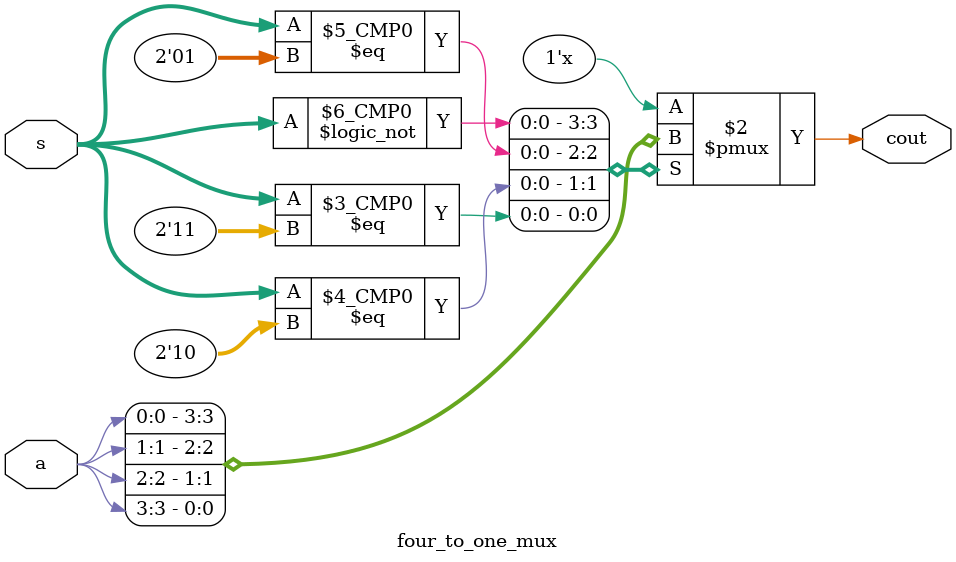
<source format=v>
`timescale 1ns / 1ps

module four_to_one_mux(
    input [3:0] a,
    input [1:0] s,
    output reg cout
    );
    always @(*)
    begin
    case(s)
        2'b00: cout = a[0];
        2'b01: cout = a[1];
        2'b10: cout = a[2];
        2'b11: cout = a[3];
    endcase
    end
endmodule

</source>
